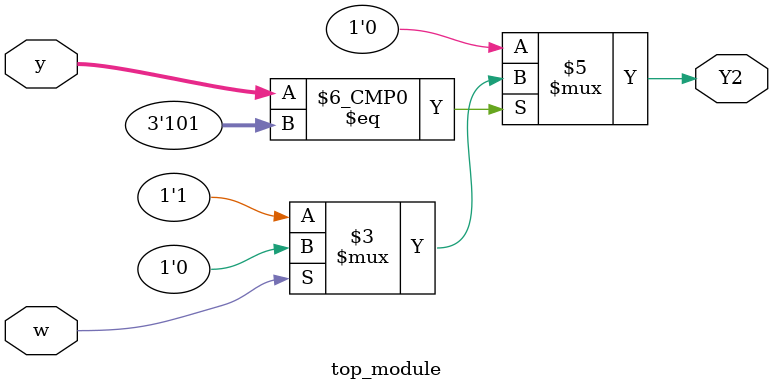
<source format=sv>
module top_module(
    input [3:1] y,
    input w,
    output reg Y2);
    
    always @(y or w) begin
        case(y)
            3'b000: Y2 = 1'b0;
            3'b001: Y2 = 1'b0;
            3'b010: Y2 = 1'b0;
            3'b011: Y2 = 1'b0;
            3'b100: Y2 = 1'b0;
            3'b101: Y2 = (w == 1'b1) ? 1'b0 : 1'b1;
            default: Y2 = 1'b0;
        endcase
    end
    
endmodule

</source>
